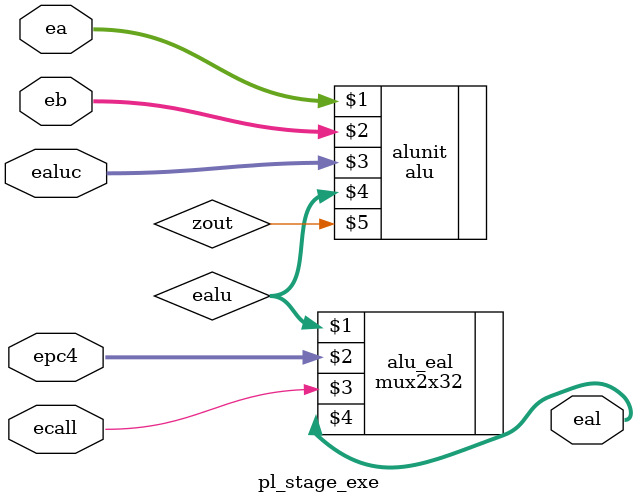
<source format=v>
	
module pl_stage_exe(ea,eb,epc4,ealuc,ecall, eal);
	input   [31:0] ea;
	input   [31:0] eb;
	input [31:0] epc4;
	input [3:0] ealuc;
	input ecall;
	output [31:0] eal;
	
	wire [31:0] ealu;
	wire zout;
	
	alu alunit (ea,eb,ealuc,ealu,zout);            // alu
	mux2x32 alu_eal (ealu,epc4,ecall,eal);  
endmodule




// BELOW iS FUSED Code, currently still not working.
//module pl_stage_exe(clk, clrn,ea,eb,epc4,ealuc,ecall, ers1, ers2, efunc3, efuse, erv32m, estart_sdivide,estart_udivide,eal, mdwait,zout,eis_fpu);
//	input clk, clrn;
//	input   [31:0] ea;
//	input   [31:0] eb;
//	input [31:0] epc4;
//	input [3:0] ealuc;
//	input ecall;
//	input [2:0] efunc3;
//	output efuse;
//	input erv32m;
//	input [4:0] ers1;
//	input [4:0] ers2;
//	output [31:0] eal;
//	output mdwait;
//	output zout;
//	input estart_sdivide,estart_udivide;
//	input eis_fpu;
	
//	wire [31:0] ealu;
//	wire zout;
//	wire [31:0] al;
//	wire [31:0] c_rv32m;
	
//	alu alunit (ea,eb,ealuc,ealu,zout);            // alu
//	mux2x32 alu_eal (ealu,epc4,ecall,al);  
//	rv32m_fuseALU rv32MD(
//	   .rv32m(erv32m),
//	   .a(ea),
//	   .b(eb),
//	   .rs1(ers1),
//	   .rs2(ers2),
//	   .func3(efunc3),
//	   .clk(clk),
//	   .clrn(clrn),
//	   .ready(mdwait),
//	   .c(c_rv32m),
//	   .fuse(efuse),
//	   .estart_sdivide(estart_sdivide),
//	   .estart_udivide(estart_udivide));
    
//    mux2x32 rv32mmux (al,c_rv32m,erv32m,eal);
//endmodule

</source>
